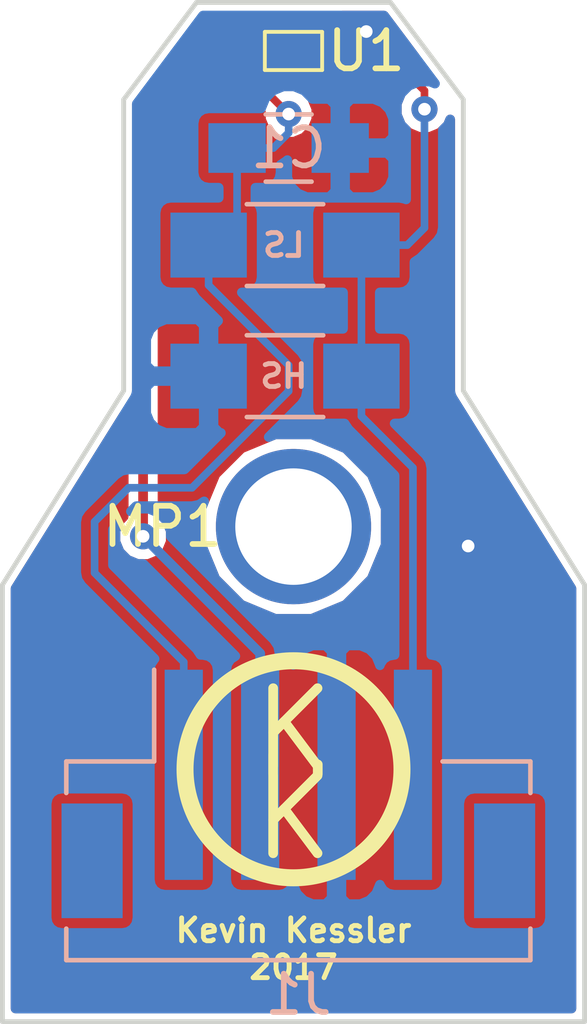
<source format=kicad_pcb>
(kicad_pcb (version 4) (host pcbnew 4.0.7-e2-6376~58~ubuntu16.04.1)

  (general
    (links 0)
    (no_connects 9)
    (area 142.176499 87.241 158.328857 115.99)
    (thickness 1.6)
    (drawings 13)
    (tracks 40)
    (zones 0)
    (modules 8)
    (nets 5)
  )

  (page A4)
  (layers
    (0 F.Cu signal)
    (31 B.Cu signal)
    (32 B.Adhes user)
    (33 F.Adhes user)
    (34 B.Paste user)
    (35 F.Paste user)
    (36 B.SilkS user hide)
    (37 F.SilkS user hide)
    (38 B.Mask user hide)
    (39 F.Mask user hide)
    (40 Dwgs.User user hide)
    (41 Cmts.User user hide)
    (42 Eco1.User user hide)
    (43 Eco2.User user hide)
    (44 Edge.Cuts user)
    (45 Margin user hide)
    (46 B.CrtYd user hide)
    (47 F.CrtYd user hide)
    (48 B.Fab user hide)
    (49 F.Fab user hide)
  )

  (setup
    (last_trace_width 0.2)
    (user_trace_width 0.1524)
    (user_trace_width 0.2)
    (user_trace_width 0.25)
    (user_trace_width 0.3)
    (user_trace_width 0.4)
    (user_trace_width 0.5)
    (user_trace_width 0.6)
    (user_trace_width 0.8)
    (trace_clearance 0.254)
    (zone_clearance 0.1524)
    (zone_45_only no)
    (trace_min 0.1524)
    (segment_width 0.127)
    (edge_width 0.127)
    (via_size 0.6858)
    (via_drill 0.3302)
    (via_min_size 0.6858)
    (via_min_drill 0.3302)
    (uvia_size 0.508)
    (uvia_drill 0.127)
    (uvias_allowed no)
    (uvia_min_size 0.508)
    (uvia_min_drill 0.127)
    (pcb_text_width 0.127)
    (pcb_text_size 0.6 0.6)
    (mod_edge_width 0.127)
    (mod_text_size 0.6 0.6)
    (mod_text_width 0.127)
    (pad_size 1.6 3)
    (pad_drill 0)
    (pad_to_mask_clearance 0.05)
    (pad_to_paste_clearance -0.04)
    (aux_axis_origin 0 0)
    (visible_elements FFFFFF7F)
    (pcbplotparams
      (layerselection 0x010ff_80000001)
      (usegerberextensions true)
      (usegerberattributes true)
      (excludeedgelayer true)
      (linewidth 0.127000)
      (plotframeref false)
      (viasonmask false)
      (mode 1)
      (useauxorigin false)
      (hpglpennumber 1)
      (hpglpenspeed 20)
      (hpglpendiameter 15)
      (hpglpenoverlay 2)
      (psnegative false)
      (psa4output false)
      (plotreference true)
      (plotvalue true)
      (plotinvisibletext false)
      (padsonsilk false)
      (subtractmaskfromsilk false)
      (outputformat 1)
      (mirror false)
      (drillshape 0)
      (scaleselection 1)
      (outputdirectory CAM/))
  )

  (net 0 "")
  (net 1 +3V3)
  (net 2 GND)
  (net 3 /OUT)
  (net 4 /BSEL)

  (net_class Default "Dit is de standaard class."
    (clearance 0.254)
    (trace_width 0.254)
    (via_dia 0.6858)
    (via_drill 0.3302)
    (uvia_dia 0.508)
    (uvia_drill 0.127)
    (add_net +3V3)
    (add_net /BSEL)
    (add_net /OUT)
    (add_net GND)
  )

  (net_class 0.2mm ""
    (clearance 0.2)
    (trace_width 0.2)
    (via_dia 0.6858)
    (via_drill 0.3302)
    (uvia_dia 0.508)
    (uvia_drill 0.127)
  )

  (net_class Minimal ""
    (clearance 0.1524)
    (trace_width 0.1524)
    (via_dia 0.6858)
    (via_drill 0.3302)
    (uvia_dia 0.508)
    (uvia_drill 0.127)
  )

  (module Resistors_SMD:R_0805_HandSoldering (layer B.Cu) (tedit 5A08BA93) (tstamp 5955C666)
    (at 149.733 92.71)
    (descr "Resistor SMD 0805, hand soldering")
    (tags "resistor 0805")
    (path /592E297A)
    (attr smd)
    (fp_text reference C1 (at 0 0) (layer B.SilkS)
      (effects (font (size 1 1) (thickness 0.15)) (justify mirror))
    )
    (fp_text value 100nF (at 0 -1.75) (layer B.Fab)
      (effects (font (size 1 1) (thickness 0.15)) (justify mirror))
    )
    (fp_text user %R (at -0.127 2.032) (layer B.Fab)
      (effects (font (size 0.5 0.5) (thickness 0.075)) (justify mirror))
    )
    (fp_line (start -1 -0.62) (end -1 0.62) (layer B.Fab) (width 0.1))
    (fp_line (start 1 -0.62) (end -1 -0.62) (layer B.Fab) (width 0.1))
    (fp_line (start 1 0.62) (end 1 -0.62) (layer B.Fab) (width 0.1))
    (fp_line (start -1 0.62) (end 1 0.62) (layer B.Fab) (width 0.1))
    (fp_line (start 0.6 -0.88) (end -0.6 -0.88) (layer B.SilkS) (width 0.12))
    (fp_line (start -0.6 0.88) (end 0.6 0.88) (layer B.SilkS) (width 0.12))
    (fp_line (start -2.35 0.9) (end 2.35 0.9) (layer B.CrtYd) (width 0.05))
    (fp_line (start -2.35 0.9) (end -2.35 -0.9) (layer B.CrtYd) (width 0.05))
    (fp_line (start 2.35 -0.9) (end 2.35 0.9) (layer B.CrtYd) (width 0.05))
    (fp_line (start 2.35 -0.9) (end -2.35 -0.9) (layer B.CrtYd) (width 0.05))
    (pad 1 smd rect (at -1.35 0) (size 1.5 1.3) (layers B.Cu B.Paste B.Mask)
      (net 1 +3V3))
    (pad 2 smd rect (at 1.35 0) (size 1.5 1.3) (layers B.Cu B.Paste B.Mask)
      (net 2 GND))
    (model ${KISYS3DMOD}/Resistors_SMD.3dshapes/R_0805.wrl
      (at (xyz 0 0 0))
      (scale (xyz 1 1 1))
      (rotate (xyz 0 0 0))
    )
  )

  (module Connectors_JST:JST_PH_B4B-PH-SM4-TB_04x2.00mm_Straight (layer B.Cu) (tedit 5A08BB60) (tstamp 5955C670)
    (at 149.987 110.236)
    (descr "JST PH series connector, B4B-PH-SM4-TB, top entry type, surface mount, Datasheet: http://www.jst-mfg.com/product/pdf/eng/ePH.pdf")
    (tags "connector jst ph")
    (path /592E28EF)
    (attr smd)
    (fp_text reference J1 (at 0 4.625) (layer B.SilkS)
      (effects (font (size 1 1) (thickness 0.15)) (justify mirror))
    )
    (fp_text value CONN_01X04 (at 0 -4.875) (layer B.Fab)
      (effects (font (size 1 1) (thickness 0.15)) (justify mirror))
    )
    (fp_line (start -6.075 2.9) (end -6.075 3.725) (layer B.SilkS) (width 0.12))
    (fp_line (start -6.075 3.725) (end 6.075 3.725) (layer B.SilkS) (width 0.12))
    (fp_line (start 6.075 3.725) (end 6.075 2.9) (layer B.SilkS) (width 0.12))
    (fp_line (start -6.075 -0.65) (end -6.075 -1.475) (layer B.SilkS) (width 0.12))
    (fp_line (start -6.075 -1.475) (end -3.775 -1.475) (layer B.SilkS) (width 0.12))
    (fp_line (start 6.075 -0.65) (end 6.075 -1.475) (layer B.SilkS) (width 0.12))
    (fp_line (start 6.075 -1.475) (end 3.775 -1.475) (layer B.SilkS) (width 0.12))
    (fp_line (start -5.975 3.625) (end -5.975 -1.375) (layer B.Fab) (width 0.1))
    (fp_line (start -5.975 -1.375) (end 5.975 -1.375) (layer B.Fab) (width 0.1))
    (fp_line (start 5.975 -1.375) (end 5.975 3.625) (layer B.Fab) (width 0.1))
    (fp_line (start 5.975 3.625) (end -5.975 3.625) (layer B.Fab) (width 0.1))
    (fp_line (start -3.775 -1.475) (end -3.775 -3.875) (layer B.SilkS) (width 0.12))
    (fp_line (start -4 -1.375) (end -3 -0.375) (layer B.Fab) (width 0.1))
    (fp_line (start -3 -0.375) (end -2 -1.375) (layer B.Fab) (width 0.1))
    (fp_line (start -6.7 4.13) (end -6.7 -4.38) (layer B.CrtYd) (width 0.05))
    (fp_line (start -6.7 -4.38) (end 6.7 -4.38) (layer B.CrtYd) (width 0.05))
    (fp_line (start 6.7 -4.38) (end 6.7 4.13) (layer B.CrtYd) (width 0.05))
    (fp_line (start 6.7 4.13) (end -6.7 4.13) (layer B.CrtYd) (width 0.05))
    (fp_text user %R (at 0 2.625) (layer B.Fab)
      (effects (font (size 1 1) (thickness 0.15)) (justify mirror))
    )
    (pad 1 smd rect (at -3 -1.125) (size 1 5.5) (layers B.Cu B.Paste B.Mask)
      (net 1 +3V3))
    (pad 2 smd rect (at -1 -1.125) (size 1 5.5) (layers B.Cu B.Paste B.Mask)
      (net 3 /OUT))
    (pad 3 smd rect (at 1 -1.125) (size 1 5.5) (layers B.Cu B.Paste B.Mask)
      (net 2 GND))
    (pad 4 smd rect (at 3 -1.125) (size 1 5.5) (layers B.Cu B.Paste B.Mask)
      (net 4 /BSEL))
    (pad "" smd rect (at -5.4 1.125) (size 1.6 3) (layers B.Cu B.Paste B.Mask))
    (pad "" smd rect (at 5.4 1.125) (size 1.6 3) (layers B.Cu B.Paste B.Mask))
    (model ${KISYS3DMOD}/Connectors_JST.3dshapes/JST_PH_B4B-PH-SM4-TB_04x2.00mm_Straight.wrl
      (at (xyz 0 0 0))
      (scale (xyz 1 1 1))
      (rotate (xyz 0 0 0))
    )
  )

  (module Resistors_SMD:R_1206_HandSoldering (layer B.Cu) (tedit 5A08BB29) (tstamp 5955C676)
    (at 149.638 95.25 180)
    (descr "Resistor SMD 1206, hand soldering")
    (tags "resistor 1206")
    (path /592E29C1)
    (attr smd)
    (fp_text reference R1 (at 0 1.85 180) (layer B.SilkS) hide
      (effects (font (size 1 1) (thickness 0.15)) (justify mirror))
    )
    (fp_text value 0R (at 0 -1.9 180) (layer B.Fab)
      (effects (font (size 1 1) (thickness 0.15)) (justify mirror))
    )
    (fp_text user %R (at -3.81 -1.143 180) (layer B.Fab)
      (effects (font (size 0.7 0.7) (thickness 0.105)) (justify mirror))
    )
    (fp_line (start -1.6 -0.8) (end -1.6 0.8) (layer B.Fab) (width 0.1))
    (fp_line (start 1.6 -0.8) (end -1.6 -0.8) (layer B.Fab) (width 0.1))
    (fp_line (start 1.6 0.8) (end 1.6 -0.8) (layer B.Fab) (width 0.1))
    (fp_line (start -1.6 0.8) (end 1.6 0.8) (layer B.Fab) (width 0.1))
    (fp_line (start 1 -1.07) (end -1 -1.07) (layer B.SilkS) (width 0.12))
    (fp_line (start -1 1.07) (end 1 1.07) (layer B.SilkS) (width 0.12))
    (fp_line (start -3.25 1.11) (end 3.25 1.11) (layer B.CrtYd) (width 0.05))
    (fp_line (start -3.25 1.11) (end -3.25 -1.1) (layer B.CrtYd) (width 0.05))
    (fp_line (start 3.25 -1.1) (end 3.25 1.11) (layer B.CrtYd) (width 0.05))
    (fp_line (start 3.25 -1.1) (end -3.25 -1.1) (layer B.CrtYd) (width 0.05))
    (pad 1 smd rect (at -2 0 180) (size 2 1.7) (layers B.Cu B.Paste B.Mask)
      (net 4 /BSEL))
    (pad 2 smd rect (at 2 0 180) (size 2 1.7) (layers B.Cu B.Paste B.Mask)
      (net 1 +3V3))
    (model ${KISYS3DMOD}/Resistors_SMD.3dshapes/R_1206.wrl
      (at (xyz 0 0 0))
      (scale (xyz 1 1 1))
      (rotate (xyz 0 0 0))
    )
  )

  (module Resistors_SMD:R_1206_HandSoldering (layer B.Cu) (tedit 5A08BB31) (tstamp 5955C67C)
    (at 149.638 98.679)
    (descr "Resistor SMD 1206, hand soldering")
    (tags "resistor 1206")
    (path /592E2A56)
    (attr smd)
    (fp_text reference R2 (at 0 1.85) (layer B.SilkS) hide
      (effects (font (size 1 1) (thickness 0.15)) (justify mirror))
    )
    (fp_text value 0R (at 0 -1.9) (layer B.Fab)
      (effects (font (size 1 1) (thickness 0.15)) (justify mirror))
    )
    (fp_text user %R (at 0 0) (layer B.Fab)
      (effects (font (size 0.7 0.7) (thickness 0.105)) (justify mirror))
    )
    (fp_line (start -1.6 -0.8) (end -1.6 0.8) (layer B.Fab) (width 0.1))
    (fp_line (start 1.6 -0.8) (end -1.6 -0.8) (layer B.Fab) (width 0.1))
    (fp_line (start 1.6 0.8) (end 1.6 -0.8) (layer B.Fab) (width 0.1))
    (fp_line (start -1.6 0.8) (end 1.6 0.8) (layer B.Fab) (width 0.1))
    (fp_line (start 1 -1.07) (end -1 -1.07) (layer B.SilkS) (width 0.12))
    (fp_line (start -1 1.07) (end 1 1.07) (layer B.SilkS) (width 0.12))
    (fp_line (start -3.25 1.11) (end 3.25 1.11) (layer B.CrtYd) (width 0.05))
    (fp_line (start -3.25 1.11) (end -3.25 -1.1) (layer B.CrtYd) (width 0.05))
    (fp_line (start 3.25 -1.1) (end 3.25 1.11) (layer B.CrtYd) (width 0.05))
    (fp_line (start 3.25 -1.1) (end -3.25 -1.1) (layer B.CrtYd) (width 0.05))
    (pad 1 smd rect (at -2 0) (size 2 1.7) (layers B.Cu B.Paste B.Mask)
      (net 2 GND))
    (pad 2 smd rect (at 2 0) (size 2 1.7) (layers B.Cu B.Paste B.Mask)
      (net 4 /BSEL))
    (model ${KISYS3DMOD}/Resistors_SMD.3dshapes/R_1206.wrl
      (at (xyz 0 0 0))
      (scale (xyz 1 1 1))
      (rotate (xyz 0 0 0))
    )
  )

  (module KevinLib:AH1892 (layer F.Cu) (tedit 592E24DF) (tstamp 5955C685)
    (at 149.86 90.17)
    (path /592E2868)
    (fp_text reference U1 (at 1.905 0) (layer F.SilkS)
      (effects (font (size 1 1) (thickness 0.15)))
    )
    (fp_text value AH1892 (at 0 -1.9) (layer F.Fab)
      (effects (font (size 1 1) (thickness 0.15)))
    )
    (fp_line (start -0.75 -0.5) (end -0.75 0.5) (layer F.SilkS) (width 0.1))
    (fp_line (start 0.75 -0.5) (end -0.75 -0.5) (layer F.SilkS) (width 0.1))
    (fp_line (start 0.75 0.5) (end 0.75 -0.5) (layer F.SilkS) (width 0.1))
    (fp_line (start -0.75 0.5) (end 0.75 0.5) (layer F.SilkS) (width 0.1))
    (pad 2 smd rect (at 0 0.6) (size 0.3 0.5) (layers F.Cu F.Paste F.Mask))
    (pad 1 smd rect (at -0.5 0.6) (size 0.3 0.5) (layers F.Cu F.Paste F.Mask)
      (net 1 +3V3))
    (pad 3 smd rect (at 0.5 0.6) (size 0.3 0.5) (layers F.Cu F.Paste F.Mask)
      (net 4 /BSEL))
    (pad 5 smd rect (at -0.5 -0.6) (size 0.3 0.5) (layers F.Cu F.Paste F.Mask)
      (net 3 /OUT))
    (pad 4 smd rect (at 0.5 -0.6) (size 0.3 0.5) (layers F.Cu F.Paste F.Mask)
      (net 2 GND))
  )

  (module KevinLib:TH-M3 (layer F.Cu) (tedit 59002110) (tstamp 5A08B3D7)
    (at 149.86 102.616)
    (path /5A08B285)
    (fp_text reference MP1 (at -3.429 0) (layer F.SilkS)
      (effects (font (size 1 1) (thickness 0.15)))
    )
    (fp_text value MOUNTHOLE (at 0 -3.556) (layer F.Fab)
      (effects (font (size 1 1) (thickness 0.15)))
    )
    (pad "" np_thru_hole circle (at 0 0) (size 4.064 4.064) (drill 3.048) (layers *.Cu *.Mask))
  )

  (module KevinLib:VIA_13MIL (layer F.Cu) (tedit 5A08B8C2) (tstamp 5A08B9AC)
    (at 154.432 103.124)
    (fp_text reference REF** (at 0 2.25) (layer F.SilkS) hide
      (effects (font (size 1 1) (thickness 0.15)))
    )
    (fp_text value VIA_13MIL (at 0 -2.35) (layer F.Fab) hide
      (effects (font (size 1 1) (thickness 0.15)))
    )
    (pad 1 thru_hole circle (at 0 0) (size 0.6858 0.6858) (drill 0.3302) (layers *.Cu)
      (net 2 GND) (zone_connect 2))
  )

  (module KevinLib:Logo (layer F.Cu) (tedit 59011647) (tstamp 5A08BAC4)
    (at 149.86 108.966)
    (fp_text reference REF** (at 0 5.207) (layer F.SilkS) hide
      (effects (font (size 1 1) (thickness 0.15)))
    )
    (fp_text value Logo (at 0 -4.318) (layer F.Fab) hide
      (effects (font (size 1 1) (thickness 0.15)))
    )
    (fp_line (start 0.635 -0.127) (end 0.635 0.127) (layer F.SilkS) (width 0.254))
    (fp_line (start -0.5334 -0.381) (end -0.5334 0.127) (layer F.SilkS) (width 0.254))
    (fp_circle (center 0 0) (end 2.54 -1.27) (layer F.SilkS) (width 0.4445))
    (fp_text user K (at 0 -1.016) (layer F.SilkS)
      (effects (font (size 2.032 2.032) (thickness 0.254)))
    )
    (fp_text user K (at 0 1.27) (layer F.SilkS)
      (effects (font (size 2.032 2.032) (thickness 0.254)))
    )
  )

  (gr_text "Kevin Kessler\n2017" (at 149.86 113.665) (layer F.SilkS)
    (effects (font (size 0.6 0.6) (thickness 0.127)))
  )
  (gr_text LS (at 149.606 95.25) (layer B.SilkS)
    (effects (font (size 0.6 0.6) (thickness 0.127)) (justify mirror))
  )
  (gr_text HS (at 149.606 98.679) (layer B.SilkS)
    (effects (font (size 0.6 0.6) (thickness 0.127)) (justify mirror))
  )
  (gr_line (start 142.24 104.14) (end 142.24 115.57) (layer Edge.Cuts) (width 0.127))
  (gr_line (start 145.415 99.06) (end 142.24 104.14) (layer Edge.Cuts) (width 0.127))
  (gr_line (start 145.415 91.44) (end 145.415 99.06) (layer Edge.Cuts) (width 0.127))
  (gr_line (start 147.32 88.9) (end 145.415 91.44) (layer Edge.Cuts) (width 0.127))
  (gr_line (start 152.4 88.9) (end 147.32 88.9) (layer Edge.Cuts) (width 0.127))
  (gr_line (start 154.305 91.44) (end 152.4 88.9) (layer Edge.Cuts) (width 0.127))
  (gr_line (start 154.305 99.06) (end 154.305 91.44) (layer Edge.Cuts) (width 0.127))
  (gr_line (start 157.48 104.14) (end 154.305 99.06) (layer Edge.Cuts) (width 0.127))
  (gr_line (start 157.48 115.57) (end 157.48 104.14) (layer Edge.Cuts) (width 0.127))
  (gr_line (start 142.24 115.57) (end 157.48 115.57) (layer Edge.Cuts) (width 0.127))

  (segment (start 144.653 102.489) (end 144.653 103.827) (width 0.2) (layer B.Cu) (net 1))
  (segment (start 144.653 103.827) (end 146.987 106.161) (width 0.2) (layer B.Cu) (net 1))
  (segment (start 146.987 106.161) (end 146.987 109.111) (width 0.2) (layer B.Cu) (net 1))
  (segment (start 145.542 101.6) (end 144.653 102.489) (width 0.2) (layer B.Cu) (net 1))
  (segment (start 147.204202 101.6) (end 145.542 101.6) (width 0.2) (layer B.Cu) (net 1))
  (segment (start 147.638 95.25) (end 147.638 96.3) (width 0.2) (layer B.Cu) (net 1))
  (segment (start 147.638 96.3) (end 149.733 98.395) (width 0.2) (layer B.Cu) (net 1))
  (segment (start 149.733 98.395) (end 149.733 99.071202) (width 0.2) (layer B.Cu) (net 1))
  (segment (start 149.733 99.071202) (end 147.204202 101.6) (width 0.2) (layer B.Cu) (net 1))
  (segment (start 148.383 92.71) (end 148.383 94.505) (width 0.2) (layer B.Cu) (net 1))
  (segment (start 148.383 94.505) (end 147.638 95.25) (width 0.2) (layer B.Cu) (net 1))
  (segment (start 149.225 91.313) (end 149.225 90.805) (width 0.2) (layer F.Cu) (net 1))
  (segment (start 149.733 91.821) (end 149.225 91.313) (width 0.2) (layer F.Cu) (net 1))
  (segment (start 149.733 92.31) (end 149.733 91.821) (width 0.2) (layer B.Cu) (net 1))
  (via (at 149.733 91.821) (size 0.6858) (drill 0.3302) (layers F.Cu B.Cu) (net 1))
  (segment (start 148.383 92.71) (end 149.333 92.71) (width 0.2) (layer B.Cu) (net 1))
  (segment (start 149.333 92.71) (end 149.733 92.31) (width 0.2) (layer B.Cu) (net 1))
  (segment (start 146.987 109.111) (end 146.987 106.861) (width 0.254) (layer B.Cu) (net 1))
  (segment (start 151.673 89.57) (end 151.765 89.662) (width 0.2) (layer F.Cu) (net 2))
  (via (at 151.765 89.662) (size 0.6858) (drill 0.3302) (layers F.Cu B.Cu) (net 2))
  (segment (start 150.36 89.57) (end 151.673 89.57) (width 0.2) (layer F.Cu) (net 2))
  (segment (start 145.923 102.87) (end 148.987 105.934) (width 0.254) (layer B.Cu) (net 3))
  (segment (start 148.987 105.934) (end 148.987 109.111) (width 0.254) (layer B.Cu) (net 3))
  (via (at 145.923 102.87) (size 0.6858) (drill 0.3302) (layers F.Cu B.Cu) (net 3))
  (segment (start 145.923 92.603) (end 145.923 102.87) (width 0.254) (layer F.Cu) (net 3))
  (segment (start 149.36 89.57) (end 148.956 89.57) (width 0.254) (layer F.Cu) (net 3))
  (segment (start 148.956 89.57) (end 145.923 92.603) (width 0.254) (layer F.Cu) (net 3))
  (segment (start 151.638 95.25) (end 151.638 96.3) (width 0.2) (layer B.Cu) (net 4))
  (segment (start 151.638 96.3) (end 151.638 98.679) (width 0.2) (layer B.Cu) (net 4))
  (segment (start 151.638 98.679) (end 151.638 99.729) (width 0.2) (layer B.Cu) (net 4))
  (segment (start 152.987 101.078) (end 152.987 106.161) (width 0.2) (layer B.Cu) (net 4))
  (segment (start 151.638 99.729) (end 152.987 101.078) (width 0.2) (layer B.Cu) (net 4))
  (segment (start 152.987 106.161) (end 152.987 109.111) (width 0.2) (layer B.Cu) (net 4))
  (segment (start 153.289 91.694) (end 153.289 91.209067) (width 0.2) (layer F.Cu) (net 4))
  (segment (start 153.289 91.209067) (end 152.849933 90.77) (width 0.2) (layer F.Cu) (net 4))
  (segment (start 152.849933 90.77) (end 150.364001 90.77) (width 0.2) (layer F.Cu) (net 4))
  (segment (start 153.289 94.799) (end 153.289 91.694) (width 0.2) (layer B.Cu) (net 4))
  (via (at 153.289 91.694) (size 0.6858) (drill 0.3302) (layers F.Cu B.Cu) (net 4))
  (segment (start 151.638 95.25) (end 152.838 95.25) (width 0.2) (layer B.Cu) (net 4))
  (segment (start 152.838 95.25) (end 153.289 94.799) (width 0.2) (layer B.Cu) (net 4))

  (zone (net 2) (net_name GND) (layer F.Cu) (tstamp 0) (hatch edge 0.508)
    (connect_pads (clearance 0.1524))
    (min_thickness 0.254)
    (fill yes (arc_segments 16) (thermal_gap 0.508) (thermal_bridge_width 0.508))
    (polygon
      (pts
        (xy 142.24 115.57) (xy 157.48 115.57) (xy 157.48 104.14) (xy 154.305 98.933) (xy 154.305 91.567)
        (xy 152.4 88.9) (xy 147.32 88.9) (xy 145.415 91.44) (xy 145.415 99.06) (xy 142.24 104.14)
      )
    )
    (filled_polygon
      (pts
        (xy 148.821536 90.52) (xy 148.821536 90.559685) (xy 148.780614 90.620929) (xy 148.744 90.805) (xy 148.744 91.313)
        (xy 148.762989 91.408464) (xy 148.780614 91.497071) (xy 148.884882 91.653118) (xy 149.009138 91.777374) (xy 149.008975 91.964361)
        (xy 149.11895 92.230521) (xy 149.322408 92.434335) (xy 149.588376 92.544774) (xy 149.876361 92.545025) (xy 150.142521 92.43505)
        (xy 150.346335 92.231592) (xy 150.456774 91.965624) (xy 150.457025 91.677639) (xy 150.34705 91.411479) (xy 150.34404 91.408464)
        (xy 150.51 91.408464) (xy 150.65119 91.381897) (xy 150.780865 91.298454) (xy 150.813289 91.251) (xy 152.650697 91.251)
        (xy 152.679388 91.279691) (xy 152.675665 91.283408) (xy 152.565226 91.549376) (xy 152.564975 91.837361) (xy 152.67495 92.103521)
        (xy 152.878408 92.307335) (xy 153.144376 92.417774) (xy 153.432361 92.418025) (xy 153.698521 92.30805) (xy 153.902335 92.104592)
        (xy 153.9621 91.960661) (xy 153.9621 99.06) (xy 153.967679 99.088045) (xy 153.966808 99.116627) (xy 153.980607 99.153038)
        (xy 153.988202 99.191222) (xy 154.004087 99.214995) (xy 154.014221 99.241737) (xy 157.1371 104.238343) (xy 157.1371 115.2271)
        (xy 142.5829 115.2271) (xy 142.5829 104.238343) (xy 145.415 99.706983) (xy 145.415 102.354257) (xy 145.309665 102.459408)
        (xy 145.199226 102.725376) (xy 145.198975 103.013361) (xy 145.30895 103.279521) (xy 145.512408 103.483335) (xy 145.778376 103.593774)
        (xy 146.066361 103.594025) (xy 146.332521 103.48405) (xy 146.536335 103.280592) (xy 146.613868 103.09387) (xy 147.446583 103.09387)
        (xy 147.813166 103.981069) (xy 148.491361 104.660449) (xy 149.377919 105.02858) (xy 150.33787 105.029417) (xy 151.225069 104.662834)
        (xy 151.904449 103.984639) (xy 152.27258 103.098081) (xy 152.273417 102.13813) (xy 151.906834 101.250931) (xy 151.228639 100.571551)
        (xy 150.342081 100.20342) (xy 149.38213 100.202583) (xy 148.494931 100.569166) (xy 147.815551 101.247361) (xy 147.44742 102.133919)
        (xy 147.446583 103.09387) (xy 146.613868 103.09387) (xy 146.646774 103.014624) (xy 146.647025 102.726639) (xy 146.53705 102.460479)
        (xy 146.431 102.354243) (xy 146.431 92.81342) (xy 148.846196 90.398224)
      )
    )
    (filled_polygon
      (pts
        (xy 153.047197 90.334429) (xy 153.034004 90.325614) (xy 153.02589 90.324) (xy 152.849933 90.289) (xy 150.939025 90.289)
        (xy 151.048327 90.179699) (xy 151.145 89.94631) (xy 151.145 89.85375) (xy 150.98625 89.695) (xy 150.435 89.695)
        (xy 150.435 89.717) (xy 150.285 89.717) (xy 150.285 89.695) (xy 150.213 89.695) (xy 150.213 89.445)
        (xy 150.285 89.445) (xy 150.285 89.423) (xy 150.435 89.423) (xy 150.435 89.445) (xy 150.98625 89.445)
        (xy 151.145 89.28625) (xy 151.145 89.2429) (xy 152.22855 89.2429)
      )
    )
  )
  (zone (net 2) (net_name GND) (layer B.Cu) (tstamp 0) (hatch edge 0.508)
    (connect_pads (clearance 0.1524))
    (min_thickness 0.254)
    (fill yes (arc_segments 16) (thermal_gap 0.508) (thermal_bridge_width 0.508))
    (polygon
      (pts
        (xy 142.24 115.57) (xy 157.48 115.57) (xy 157.48 104.14) (xy 154.305 98.933) (xy 154.305 91.567)
        (xy 152.4 88.9) (xy 147.32 88.9) (xy 145.415 91.44) (xy 145.415 99.06) (xy 142.24 104.14)
      )
    )
    (filled_polygon
      (pts
        (xy 153.56494 91.024753) (xy 153.433624 90.970226) (xy 153.145639 90.969975) (xy 152.879479 91.07995) (xy 152.675665 91.283408)
        (xy 152.565226 91.549376) (xy 152.564975 91.837361) (xy 152.67495 92.103521) (xy 152.808 92.236804) (xy 152.808 94.055032)
        (xy 152.789134 94.042141) (xy 152.638 94.011536) (xy 150.638 94.011536) (xy 150.49681 94.038103) (xy 150.367135 94.121546)
        (xy 150.280141 94.248866) (xy 150.249536 94.4) (xy 150.249536 96.1) (xy 150.276103 96.24119) (xy 150.359546 96.370865)
        (xy 150.486866 96.457859) (xy 150.638 96.488464) (xy 151.157 96.488464) (xy 151.157 97.440536) (xy 150.638 97.440536)
        (xy 150.49681 97.467103) (xy 150.367135 97.550546) (xy 150.280141 97.677866) (xy 150.249536 97.829) (xy 150.249536 99.529)
        (xy 150.276103 99.67019) (xy 150.359546 99.799865) (xy 150.486866 99.886859) (xy 150.638 99.917464) (xy 151.196549 99.917464)
        (xy 151.297882 100.069118) (xy 152.506 101.277236) (xy 152.506 105.972536) (xy 152.487 105.972536) (xy 152.34581 105.999103)
        (xy 152.216135 106.082546) (xy 152.129141 106.209866) (xy 152.122 106.24513) (xy 152.122 106.23469) (xy 152.025327 106.001301)
        (xy 151.846698 105.822673) (xy 151.613309 105.726) (xy 151.27275 105.726) (xy 151.114 105.88475) (xy 151.114 108.984)
        (xy 151.134 108.984) (xy 151.134 109.238) (xy 151.114 109.238) (xy 151.114 112.33725) (xy 151.27275 112.496)
        (xy 151.613309 112.496) (xy 151.846698 112.399327) (xy 152.025327 112.220699) (xy 152.122 111.98731) (xy 152.122 111.985699)
        (xy 152.125103 112.00219) (xy 152.208546 112.131865) (xy 152.335866 112.218859) (xy 152.487 112.249464) (xy 153.487 112.249464)
        (xy 153.62819 112.222897) (xy 153.757865 112.139454) (xy 153.844859 112.012134) (xy 153.875464 111.861) (xy 153.875464 109.861)
        (xy 154.198536 109.861) (xy 154.198536 112.861) (xy 154.225103 113.00219) (xy 154.308546 113.131865) (xy 154.435866 113.218859)
        (xy 154.587 113.249464) (xy 156.187 113.249464) (xy 156.32819 113.222897) (xy 156.457865 113.139454) (xy 156.544859 113.012134)
        (xy 156.575464 112.861) (xy 156.575464 109.861) (xy 156.548897 109.71981) (xy 156.465454 109.590135) (xy 156.338134 109.503141)
        (xy 156.187 109.472536) (xy 154.587 109.472536) (xy 154.44581 109.499103) (xy 154.316135 109.582546) (xy 154.229141 109.709866)
        (xy 154.198536 109.861) (xy 153.875464 109.861) (xy 153.875464 106.361) (xy 153.848897 106.21981) (xy 153.765454 106.090135)
        (xy 153.638134 106.003141) (xy 153.487 105.972536) (xy 153.468 105.972536) (xy 153.468 101.078) (xy 153.431386 100.893929)
        (xy 153.327118 100.737882) (xy 152.5067 99.917464) (xy 152.638 99.917464) (xy 152.77919 99.890897) (xy 152.908865 99.807454)
        (xy 152.995859 99.680134) (xy 153.026464 99.529) (xy 153.026464 97.829) (xy 152.999897 97.68781) (xy 152.916454 97.558135)
        (xy 152.789134 97.471141) (xy 152.638 97.440536) (xy 152.119 97.440536) (xy 152.119 96.488464) (xy 152.638 96.488464)
        (xy 152.77919 96.461897) (xy 152.908865 96.378454) (xy 152.995859 96.251134) (xy 153.026464 96.1) (xy 153.026464 95.691451)
        (xy 153.178118 95.590118) (xy 153.629118 95.139119) (xy 153.733386 94.983071) (xy 153.747944 94.909882) (xy 153.77 94.799)
        (xy 153.77 92.236696) (xy 153.902335 92.104592) (xy 153.9621 91.960661) (xy 153.9621 99.06) (xy 153.967679 99.088045)
        (xy 153.966808 99.116627) (xy 153.980607 99.153038) (xy 153.988202 99.191222) (xy 154.004087 99.214995) (xy 154.014221 99.241737)
        (xy 157.1371 104.238343) (xy 157.1371 115.2271) (xy 142.5829 115.2271) (xy 142.5829 109.861) (xy 143.398536 109.861)
        (xy 143.398536 112.861) (xy 143.425103 113.00219) (xy 143.508546 113.131865) (xy 143.635866 113.218859) (xy 143.787 113.249464)
        (xy 145.387 113.249464) (xy 145.52819 113.222897) (xy 145.657865 113.139454) (xy 145.744859 113.012134) (xy 145.775464 112.861)
        (xy 145.775464 109.861) (xy 145.748897 109.71981) (xy 145.665454 109.590135) (xy 145.538134 109.503141) (xy 145.387 109.472536)
        (xy 143.787 109.472536) (xy 143.64581 109.499103) (xy 143.516135 109.582546) (xy 143.429141 109.709866) (xy 143.398536 109.861)
        (xy 142.5829 109.861) (xy 142.5829 104.238343) (xy 143.676239 102.489) (xy 144.172 102.489) (xy 144.172 103.827)
        (xy 144.19811 103.958263) (xy 144.208614 104.011071) (xy 144.312882 104.167118) (xy 146.223543 106.077779) (xy 146.216135 106.082546)
        (xy 146.129141 106.209866) (xy 146.098536 106.361) (xy 146.098536 111.861) (xy 146.125103 112.00219) (xy 146.208546 112.131865)
        (xy 146.335866 112.218859) (xy 146.487 112.249464) (xy 147.487 112.249464) (xy 147.62819 112.222897) (xy 147.757865 112.139454)
        (xy 147.844859 112.012134) (xy 147.875464 111.861) (xy 147.875464 106.361) (xy 147.848897 106.21981) (xy 147.765454 106.090135)
        (xy 147.638134 106.003141) (xy 147.487 105.972536) (xy 147.428451 105.972536) (xy 147.328315 105.822673) (xy 147.327118 105.820881)
        (xy 145.134 103.627764) (xy 145.134 102.688236) (xy 145.271915 102.550321) (xy 145.199226 102.725376) (xy 145.198975 103.013361)
        (xy 145.30895 103.279521) (xy 145.512408 103.483335) (xy 145.778376 103.593774) (xy 145.928485 103.593905) (xy 148.338431 106.003851)
        (xy 148.216135 106.082546) (xy 148.129141 106.209866) (xy 148.098536 106.361) (xy 148.098536 111.861) (xy 148.125103 112.00219)
        (xy 148.208546 112.131865) (xy 148.335866 112.218859) (xy 148.487 112.249464) (xy 149.487 112.249464) (xy 149.62819 112.222897)
        (xy 149.757865 112.139454) (xy 149.844859 112.012134) (xy 149.852 111.97687) (xy 149.852 111.98731) (xy 149.948673 112.220699)
        (xy 150.127302 112.399327) (xy 150.360691 112.496) (xy 150.70125 112.496) (xy 150.86 112.33725) (xy 150.86 109.238)
        (xy 150.84 109.238) (xy 150.84 108.984) (xy 150.86 108.984) (xy 150.86 105.88475) (xy 150.70125 105.726)
        (xy 150.360691 105.726) (xy 150.127302 105.822673) (xy 149.948673 106.001301) (xy 149.852 106.23469) (xy 149.852 106.236301)
        (xy 149.848897 106.21981) (xy 149.765454 106.090135) (xy 149.638134 106.003141) (xy 149.495 105.974156) (xy 149.495 105.934)
        (xy 149.456331 105.739597) (xy 149.456331 105.739596) (xy 149.34621 105.57479) (xy 146.646895 102.875475) (xy 146.647025 102.726639)
        (xy 146.53705 102.460479) (xy 146.333592 102.256665) (xy 146.067624 102.146226) (xy 145.779639 102.145975) (xy 145.603469 102.218767)
        (xy 145.741236 102.081) (xy 147.204202 102.081) (xy 147.388273 102.044386) (xy 147.521585 101.955309) (xy 147.44742 102.133919)
        (xy 147.446583 103.09387) (xy 147.813166 103.981069) (xy 148.491361 104.660449) (xy 149.377919 105.02858) (xy 150.33787 105.029417)
        (xy 151.225069 104.662834) (xy 151.904449 103.984639) (xy 152.27258 103.098081) (xy 152.273417 102.13813) (xy 151.906834 101.250931)
        (xy 151.228639 100.571551) (xy 150.342081 100.20342) (xy 149.38213 100.202583) (xy 149.211249 100.273189) (xy 150.073118 99.411321)
        (xy 150.177386 99.255273) (xy 150.180078 99.241737) (xy 150.214 99.071202) (xy 150.214 98.395) (xy 150.177386 98.210929)
        (xy 150.168747 98.198) (xy 150.073118 98.054881) (xy 148.5067 96.488464) (xy 148.638 96.488464) (xy 148.77919 96.461897)
        (xy 148.908865 96.378454) (xy 148.995859 96.251134) (xy 149.026464 96.1) (xy 149.026464 94.4) (xy 148.999897 94.25881)
        (xy 148.916454 94.129135) (xy 148.864 94.093295) (xy 148.864 93.748464) (xy 149.133 93.748464) (xy 149.27419 93.721897)
        (xy 149.403865 93.638454) (xy 149.490859 93.511134) (xy 149.521464 93.36) (xy 149.521464 93.151451) (xy 149.673118 93.050118)
        (xy 149.698 93.025236) (xy 149.698 93.48631) (xy 149.794673 93.719699) (xy 149.973302 93.898327) (xy 150.206691 93.995)
        (xy 150.79725 93.995) (xy 150.956 93.83625) (xy 150.956 92.837) (xy 151.21 92.837) (xy 151.21 93.83625)
        (xy 151.36875 93.995) (xy 151.959309 93.995) (xy 152.192698 93.898327) (xy 152.371327 93.719699) (xy 152.468 93.48631)
        (xy 152.468 92.99575) (xy 152.30925 92.837) (xy 151.21 92.837) (xy 150.956 92.837) (xy 150.936 92.837)
        (xy 150.936 92.583) (xy 150.956 92.583) (xy 150.956 91.58375) (xy 151.21 91.58375) (xy 151.21 92.583)
        (xy 152.30925 92.583) (xy 152.468 92.42425) (xy 152.468 91.93369) (xy 152.371327 91.700301) (xy 152.192698 91.521673)
        (xy 151.959309 91.425) (xy 151.36875 91.425) (xy 151.21 91.58375) (xy 150.956 91.58375) (xy 150.79725 91.425)
        (xy 150.352637 91.425) (xy 150.34705 91.411479) (xy 150.143592 91.207665) (xy 149.877624 91.097226) (xy 149.589639 91.096975)
        (xy 149.323479 91.20695) (xy 149.119665 91.410408) (xy 149.011236 91.671536) (xy 147.633 91.671536) (xy 147.49181 91.698103)
        (xy 147.362135 91.781546) (xy 147.275141 91.908866) (xy 147.244536 92.06) (xy 147.244536 93.36) (xy 147.271103 93.50119)
        (xy 147.354546 93.630865) (xy 147.481866 93.717859) (xy 147.633 93.748464) (xy 147.902 93.748464) (xy 147.902 94.011536)
        (xy 146.638 94.011536) (xy 146.49681 94.038103) (xy 146.367135 94.121546) (xy 146.280141 94.248866) (xy 146.249536 94.4)
        (xy 146.249536 96.1) (xy 146.276103 96.24119) (xy 146.359546 96.370865) (xy 146.486866 96.457859) (xy 146.638 96.488464)
        (xy 147.196549 96.488464) (xy 147.297882 96.640118) (xy 147.887757 97.229993) (xy 147.765 97.35275) (xy 147.765 98.552)
        (xy 147.785 98.552) (xy 147.785 98.806) (xy 147.765 98.806) (xy 147.765 100.00525) (xy 147.92375 100.164)
        (xy 147.959966 100.164) (xy 147.004966 101.119) (xy 145.542 101.119) (xy 145.357929 101.155614) (xy 145.220621 101.247361)
        (xy 145.201882 101.259882) (xy 144.312882 102.148882) (xy 144.208614 102.304929) (xy 144.172 102.489) (xy 143.676239 102.489)
        (xy 145.705779 99.241737) (xy 145.715913 99.214995) (xy 145.731798 99.191222) (xy 145.739393 99.153038) (xy 145.753192 99.116627)
        (xy 145.752321 99.088045) (xy 145.7579 99.06) (xy 145.7579 98.96475) (xy 146.003 98.96475) (xy 146.003 99.65531)
        (xy 146.099673 99.888699) (xy 146.278302 100.067327) (xy 146.511691 100.164) (xy 147.35225 100.164) (xy 147.511 100.00525)
        (xy 147.511 98.806) (xy 146.16175 98.806) (xy 146.003 98.96475) (xy 145.7579 98.96475) (xy 145.7579 97.70269)
        (xy 146.003 97.70269) (xy 146.003 98.39325) (xy 146.16175 98.552) (xy 147.511 98.552) (xy 147.511 97.35275)
        (xy 147.35225 97.194) (xy 146.511691 97.194) (xy 146.278302 97.290673) (xy 146.099673 97.469301) (xy 146.003 97.70269)
        (xy 145.7579 97.70269) (xy 145.7579 91.5543) (xy 147.49145 89.2429) (xy 152.22855 89.2429)
      )
    )
  )
)

</source>
